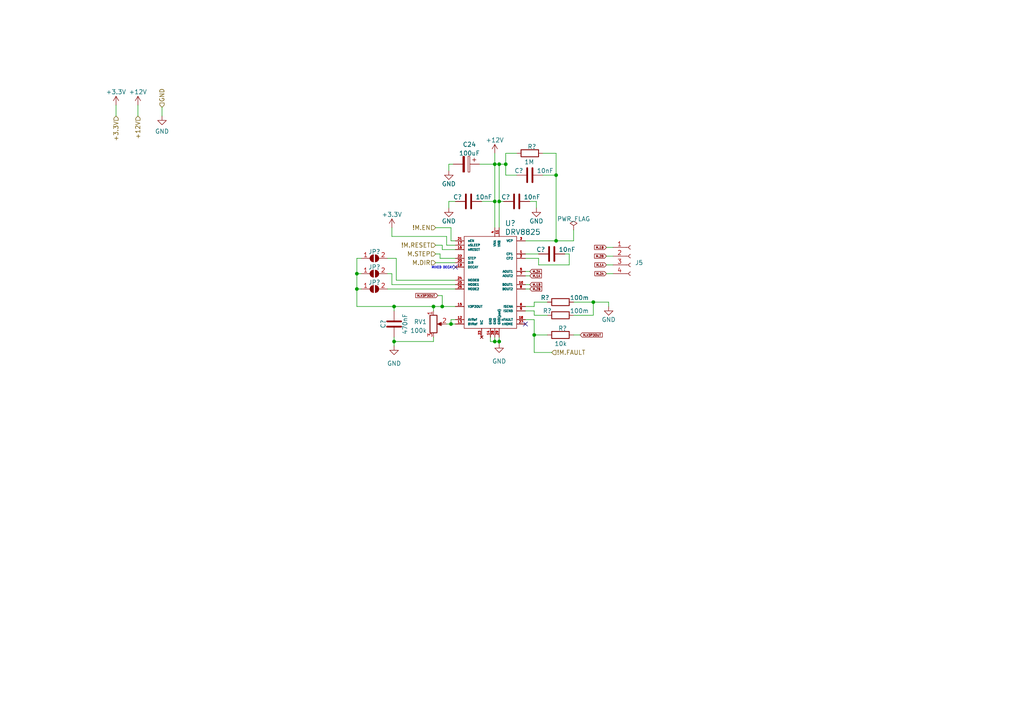
<source format=kicad_sch>
(kicad_sch (version 20230121) (generator eeschema)
  (paper "A4")
  (lib_symbols
    (symbol "Connector:Conn_01x04_Socket" (pin_names (offset 1.016) hide)
      (property "Reference" "J" (at 0 5.08 0))
      (property "Value" "Conn_01x04_Socket" (at 0 -7.62 0))
      (symbol "Conn_01x04_Socket_1_1"
        (arc (start 0 -4.572) (mid -0.5058 -5.08) (end 0 -5.588) (stroke (width 0.1524)))
        (arc (start 0 -2.032) (mid -0.5058 -2.54) (end 0 -3.048) (stroke (width 0.1524)))
        (polyline (pts (xy -1.27 -5.08) (xy -0.508 -5.08)) (stroke (width 0.1524)))
        (polyline (pts (xy -1.27 -2.54) (xy -0.508 -2.54)) (stroke (width 0.1524)))
        (polyline (pts (xy -1.27 0) (xy -0.508 0)) (stroke (width 0.1524)))
        (polyline (pts (xy -1.27 2.54) (xy -0.508 2.54)) (stroke (width 0.1524)))
        (arc (start 0 0.508) (mid -0.5058 0) (end 0 -0.508) (stroke (width 0.1524)))
        (arc (start 0 3.048) (mid -0.5058 2.54) (end 0 2.032) (stroke (width 0.1524)))
        (pin passive line (at -5.08 2.54 0) (length 3.81) (name "Pin_1") (number "1"))
        (pin passive line (at -5.08 0 0) (length 3.81) (name "Pin_2") (number "2"))
        (pin passive line (at -5.08 -2.54 0) (length 3.81) (name "Pin_3") (number "3"))
        (pin passive line (at -5.08 -5.08 0) (length 3.81) (name "Pin_4") (number "4"))
      )
    )
    (symbol "DRV8825:DRV8825" (pin_names (offset 1.016))
      (property "Reference" "U" (at -5.08 16.51 0))
      (property "Value" "DRV8825" (at -1.27 -2.54 0))
      (symbol "DRV8825_0_1"
        (rectangle (start -8.89 15.24) (end 6.35 -11.43))
      )
      (symbol "DRV8825_1_1"
        (pin power_out line (at 8.89 10.16 180) (length 2.54) (name "CP1") (number "1"))
        (pin power_out line (at 8.89 1.27 180) (length 2.54) (name "BOUT1") (number "10"))
        (pin power_in line (at 1.27 17.78 270) (length 2.54) (name "VMB") (number "11"))
        (pin input line (at -11.43 -8.89 0) (length 2.54) (name "AVRef") (number "12"))
        (pin input line (at -11.43 -10.16 0) (length 2.54) (name "BVRef") (number "13"))
        (pin power_in line (at -1.27 -13.97 90) (length 2.54) (name "GND") (number "14"))
        (pin power_out line (at -11.43 -5.08 0) (length 2.54) (name "V3P3OUT") (number "15"))
        (pin input line (at -11.43 11.43 0) (length 2.54) (name "nRESET") (number "16"))
        (pin input line (at -11.43 12.7 0) (length 2.54) (name "nSLEEP") (number "17"))
        (pin input line (at 8.89 -8.89 180) (length 2.54) (name "nFAULT") (number "18"))
        (pin input line (at -11.43 6.35 0) (length 2.54) (name "DECAY") (number "19"))
        (pin power_out line (at 8.89 8.89 180) (length 2.54) (name "CP2") (number "2"))
        (pin input line (at -11.43 7.62 0) (length 2.54) (name "DIR") (number "20"))
        (pin input line (at -11.43 13.97 0) (length 2.54) (name "nEN") (number "21"))
        (pin input line (at -11.43 8.89 0) (length 2.54) (name "STEP") (number "22"))
        (pin no_connect line (at -3.81 -13.97 90) (length 2.54) (name "NC") (number "23"))
        (pin input line (at -11.43 2.54 0) (length 2.54) (name "MODE0") (number "24"))
        (pin input line (at -11.43 1.27 0) (length 2.54) (name "MODE1") (number "25"))
        (pin input line (at -11.43 0 0) (length 2.54) (name "MODE2") (number "26"))
        (pin input line (at 8.89 -10.16 180) (length 2.54) (name "nHOME") (number "27"))
        (pin power_in line (at 0 -13.97 90) (length 2.54) (name "GND") (number "28"))
        (pin power_in line (at 1.27 -13.97 90) (length 2.54) (name "GND(pad)") (number "29"))
        (pin power_in line (at 8.89 13.97 180) (length 2.54) (name "VCP") (number "3"))
        (pin power_in line (at 0 17.78 270) (length 2.54) (name "VMA") (number "4"))
        (pin power_out line (at 8.89 5.08 180) (length 2.54) (name "AOUT1") (number "5"))
        (pin input line (at 8.89 -5.08 180) (length 2.54) (name "ISENA") (number "6"))
        (pin power_out line (at 8.89 3.81 180) (length 2.54) (name "AOUT2") (number "7"))
        (pin power_out line (at 8.89 0 180) (length 2.54) (name "BOUT2") (number "8"))
        (pin input line (at 8.89 -6.35 180) (length 2.54) (name "ISENB") (number "9"))
      )
    )
    (symbol "Device:C" (pin_numbers hide) (pin_names (offset 0.254))
      (property "Reference" "C" (at 0.635 2.54 0))
      (property "Value" "C" (at 0.635 -2.54 0))
      (symbol "C_0_1"
        (polyline (pts (xy -2.032 -0.762) (xy 2.032 -0.762)) (stroke (width 0.508)))
        (polyline (pts (xy -2.032 0.762) (xy 2.032 0.762)) (stroke (width 0.508)))
      )
      (symbol "C_1_1"
        (pin passive line (at 0 3.81 270) (length 2.794) (name "~") (number "1"))
        (pin passive line (at 0 -3.81 90) (length 2.794) (name "~") (number "2"))
      )
    )
    (symbol "Device:C_Polarized" (pin_numbers hide) (pin_names (offset 0.254))
      (property "Reference" "C" (at 0.635 2.54 0))
      (property "Value" "C_Polarized" (at 0.635 -2.54 0))
      (symbol "C_Polarized_0_1"
        (rectangle (start -2.286 0.508) (end 2.286 1.016))
        (polyline (pts (xy -1.778 2.286) (xy -0.762 2.286)))
        (polyline (pts (xy -1.27 2.794) (xy -1.27 1.778)))
        (rectangle (start 2.286 -0.508) (end -2.286 -1.016) (fill (type outline)))
      )
      (symbol "C_Polarized_1_1"
        (pin passive line (at 0 3.81 270) (length 2.794) (name "~") (number "1"))
        (pin passive line (at 0 -3.81 90) (length 2.794) (name "~") (number "2"))
      )
    )
    (symbol "Device:R" (pin_numbers hide) (pin_names (offset 0))
      (property "Reference" "R" (at 2.032 0 90))
      (property "Value" "R" (at 0 0 90))
      (symbol "R_0_1"
        (rectangle (start -1.016 -2.54) (end 1.016 2.54) (stroke (width 0.254)))
      )
      (symbol "R_1_1"
        (pin passive line (at 0 3.81 270) (length 1.27) (name "~") (number "1"))
        (pin passive line (at 0 -3.81 90) (length 1.27) (name "~") (number "2"))
      )
    )
    (symbol "Device:R_Potentiometer" (pin_names (offset 1.016) hide)
      (property "Reference" "RV" (at -4.445 0 90))
      (property "Value" "R_Potentiometer" (at -2.54 0 90))
      (symbol "R_Potentiometer_0_1"
        (polyline (pts (xy 2.54 0) (xy 1.524 0)))
        (polyline (pts (xy 1.143 0) (xy 2.286 0.508) (xy 2.286 -0.508) (xy 1.143 0)) (fill (type outline)))
        (rectangle (start 1.016 2.54) (end -1.016 -2.54) (stroke (width 0.254)))
      )
      (symbol "R_Potentiometer_1_1"
        (pin passive line (at 0 3.81 270) (length 1.27) (name "1") (number "1"))
        (pin passive line (at 3.81 0 180) (length 1.27) (name "2") (number "2"))
        (pin passive line (at 0 -3.81 90) (length 1.27) (name "3") (number "3"))
      )
    )
    (symbol "Jumper:SolderJumper_2_Open" (pin_names (offset 0) hide)
      (property "Reference" "JP" (at 0 2.032 0))
      (property "Value" "SolderJumper_2_Open" (at 0 -2.54 0))
      (symbol "SolderJumper_2_Open_0_1"
        (arc (start -0.254 1.016) (mid -1.2656 0) (end -0.254 -1.016))
        (arc (start -0.254 1.016) (mid -1.2656 0) (end -0.254 -1.016) (fill (type outline)))
        (polyline (pts (xy -0.254 1.016) (xy -0.254 -1.016)))
        (polyline (pts (xy 0.254 1.016) (xy 0.254 -1.016)))
        (arc (start 0.254 -1.016) (mid 1.2656 0) (end 0.254 1.016))
        (arc (start 0.254 -1.016) (mid 1.2656 0) (end 0.254 1.016) (fill (type outline)))
      )
      (symbol "SolderJumper_2_Open_1_1"
        (pin passive line (at -3.81 0 0) (length 2.54) (name "A") (number "1"))
        (pin passive line (at 3.81 0 180) (length 2.54) (name "B") (number "2"))
      )
    )
    (symbol "power:+12V" (power) (pin_names (offset 0))
      (property "Value" "+12V" (at 0 3.556 0))
      (symbol "+12V_0_1"
        (polyline (pts (xy -0.762 1.27) (xy 0 2.54)))
        (polyline (pts (xy 0 0) (xy 0 2.54)))
        (polyline (pts (xy 0 2.54) (xy 0.762 1.27)))
      )
      (symbol "+12V_1_1"
        (pin power_in line (at 0 0 90) (length 0) hide (name "+12V") (number "1"))
      )
    )
    (symbol "power:+3.3V" (power) (pin_names (offset 0))
      (property "Value" "+3.3V" (at 0 3.556 0))
      (symbol "+3.3V_0_1"
        (polyline (pts (xy -0.762 1.27) (xy 0 2.54)))
        (polyline (pts (xy 0 0) (xy 0 2.54)))
        (polyline (pts (xy 0 2.54) (xy 0.762 1.27)))
      )
      (symbol "+3.3V_1_1"
        (pin power_in line (at 0 0 90) (length 0) hide (name "+3.3V") (number "1"))
      )
    )
    (symbol "power:GND" (power) (pin_names (offset 0))
      (property "Value" "GND" (at 0 -3.81 0))
      (symbol "GND_0_1"
        (polyline (pts (xy 0 0) (xy 0 -1.27) (xy 1.27 -1.27) (xy 0 -2.54) (xy -1.27 -1.27) (xy 0 -1.27)))
      )
      (symbol "GND_1_1"
        (pin power_in line (at 0 0 270) (length 0) hide (name "GND") (number "1"))
      )
    )
    (symbol "power:PWR_FLAG" (power) (pin_numbers hide) (pin_names (offset 0) hide)
      (property "Value" "PWR_FLAG" (at 0 3.81 0))
      (symbol "PWR_FLAG_0_0"
        (pin power_out line (at 0 0 90) (length 0) (name "pwr") (number "1"))
      )
      (symbol "PWR_FLAG_0_1"
        (polyline (pts (xy 0 0) (xy 0 1.27) (xy -1.016 1.905) (xy 0 2.54) (xy 1.016 1.905) (xy 0 1.27)))
      )
    )
  )
  (junction (at 154.94 97.155))
  (junction (at 146.685 47.625))
  (junction (at 130.81 93.98))
  (junction (at 172.085 87.63))
  (junction (at 144.78 58.42))
  (junction (at 144.78 99.06))
  (junction (at 143.51 47.625))
  (junction (at 125.73 88.9))
  (junction (at 114.3 88.9))
  (junction (at 128.27 88.9))
  (junction (at 103.505 79.375))
  (junction (at 143.51 99.06))
  (junction (at 143.51 58.42))
  (junction (at 161.29 69.85))
  (junction (at 161.29 50.8))
  (junction (at 103.505 83.82))
  (junction (at 114.3 99.06))
  (junction (at 144.78 47.625))
  (no_connect (at 132.08 77.47))
  (no_connect (at 152.4 93.98))
  (wire (pts (xy 143.51 66.04) (xy 143.51 58.42)))
  (wire (pts (xy 130.81 92.71) (xy 130.81 93.98)))
  (wire (pts (xy 142.24 99.06) (xy 143.51 99.06)))
  (wire (pts (xy 114.3 99.06) (xy 125.73 99.06)))
  (wire (pts (xy 143.51 47.625) (xy 143.51 58.42)))
  (wire (pts (xy 154.94 97.155) (xy 158.75 97.155)))
  (wire (pts (xy 146.685 47.625) (xy 146.685 44.45)))
  (wire (pts (xy 144.78 58.42) (xy 146.05 58.42)))
  (wire (pts (xy 131.445 47.625) (xy 130.175 47.625)))
  (wire (pts (xy 103.505 83.82) (xy 104.775 83.82)))
  (wire (pts (xy 144.78 58.42) (xy 144.78 47.625)))
  (wire (pts (xy 130.175 47.625) (xy 130.175 49.53)))
  (wire (pts (xy 132.08 58.42) (xy 130.175 58.42)))
  (wire (pts (xy 155.575 58.42) (xy 155.575 60.325)))
  (wire (pts (xy 114.935 74.93) (xy 114.935 81.28)))
  (wire (pts (xy 160.02 102.235) (xy 154.94 102.235)))
  (wire (pts (xy 126.365 73.66) (xy 127.635 73.66)))
  (wire (pts (xy 152.4 82.55) (xy 153.67 82.55)))
  (wire (pts (xy 132.08 92.71) (xy 130.81 92.71)))
  (wire (pts (xy 156.21 74.93) (xy 156.21 76.835)))
  (wire (pts (xy 175.895 76.835) (xy 177.8 76.835)))
  (wire (pts (xy 172.085 87.63) (xy 172.085 91.44)))
  (wire (pts (xy 152.4 80.01) (xy 153.67 80.01)))
  (wire (pts (xy 152.4 92.71) (xy 154.94 92.71)))
  (wire (pts (xy 154.94 91.44) (xy 158.75 91.44)))
  (wire (pts (xy 166.37 97.155) (xy 168.275 97.155)))
  (wire (pts (xy 157.48 50.8) (xy 161.29 50.8)))
  (wire (pts (xy 103.505 88.9) (xy 103.505 83.82)))
  (wire (pts (xy 112.395 79.375) (xy 113.665 79.375)))
  (wire (pts (xy 127.635 74.93) (xy 132.08 74.93)))
  (wire (pts (xy 103.505 74.93) (xy 103.505 79.375)))
  (wire (pts (xy 152.4 78.74) (xy 153.67 78.74)))
  (wire (pts (xy 114.3 88.9) (xy 103.505 88.9)))
  (wire (pts (xy 103.505 79.375) (xy 103.505 83.82)))
  (wire (pts (xy 152.4 74.93) (xy 156.21 74.93)))
  (wire (pts (xy 152.4 69.85) (xy 161.29 69.85)))
  (wire (pts (xy 114.3 99.06) (xy 114.3 100.33)))
  (wire (pts (xy 126.365 66.04) (xy 130.81 66.04)))
  (wire (pts (xy 152.4 88.9) (xy 154.94 88.9)))
  (wire (pts (xy 176.53 87.63) (xy 172.085 87.63)))
  (wire (pts (xy 127 85.725) (xy 128.27 85.725)))
  (wire (pts (xy 129.54 71.12) (xy 132.08 71.12)))
  (wire (pts (xy 166.37 66.675) (xy 166.37 69.85)))
  (wire (pts (xy 103.505 79.375) (xy 104.775 79.375)))
  (wire (pts (xy 154.94 92.71) (xy 154.94 97.155)))
  (wire (pts (xy 114.935 81.28) (xy 132.08 81.28)))
  (wire (pts (xy 114.935 74.93) (xy 112.395 74.93)))
  (wire (pts (xy 128.27 85.725) (xy 128.27 88.9)))
  (wire (pts (xy 154.94 88.9) (xy 154.94 87.63)))
  (wire (pts (xy 165.1 73.66) (xy 163.83 73.66)))
  (wire (pts (xy 144.78 99.06) (xy 144.78 99.695)))
  (wire (pts (xy 130.175 58.42) (xy 130.175 60.325)))
  (wire (pts (xy 143.51 99.06) (xy 144.78 99.06)))
  (wire (pts (xy 40.005 30.48) (xy 40.005 33.655)))
  (wire (pts (xy 127.635 73.66) (xy 127.635 74.93)))
  (wire (pts (xy 114.3 97.79) (xy 114.3 99.06)))
  (wire (pts (xy 129.54 68.58) (xy 129.54 71.12)))
  (wire (pts (xy 152.4 83.82) (xy 153.67 83.82)))
  (wire (pts (xy 114.3 88.9) (xy 125.73 88.9)))
  (wire (pts (xy 146.685 44.45) (xy 149.86 44.45)))
  (wire (pts (xy 149.86 50.8) (xy 146.685 50.8)))
  (wire (pts (xy 113.665 68.58) (xy 129.54 68.58)))
  (wire (pts (xy 130.81 93.98) (xy 132.08 93.98)))
  (wire (pts (xy 154.94 102.235) (xy 154.94 97.155)))
  (wire (pts (xy 166.37 87.63) (xy 172.085 87.63)))
  (wire (pts (xy 175.895 71.755) (xy 177.8 71.755)))
  (wire (pts (xy 161.29 50.8) (xy 161.29 44.45)))
  (wire (pts (xy 144.78 58.42) (xy 144.78 66.04)))
  (wire (pts (xy 125.73 88.9) (xy 128.27 88.9)))
  (wire (pts (xy 143.51 44.45) (xy 143.51 47.625)))
  (wire (pts (xy 156.21 76.835) (xy 165.1 76.835)))
  (wire (pts (xy 125.73 97.79) (xy 125.73 99.06)))
  (wire (pts (xy 153.67 58.42) (xy 155.575 58.42)))
  (wire (pts (xy 146.685 50.8) (xy 146.685 47.625)))
  (wire (pts (xy 161.29 44.45) (xy 157.48 44.45)))
  (wire (pts (xy 144.78 97.79) (xy 144.78 99.06)))
  (wire (pts (xy 176.53 87.63) (xy 176.53 88.9)))
  (wire (pts (xy 143.51 97.79) (xy 143.51 99.06)))
  (wire (pts (xy 130.81 69.85) (xy 132.08 69.85)))
  (wire (pts (xy 143.51 58.42) (xy 139.7 58.42)))
  (wire (pts (xy 166.37 69.85) (xy 161.29 69.85)))
  (wire (pts (xy 33.655 30.48) (xy 33.655 33.655)))
  (wire (pts (xy 113.665 79.375) (xy 113.665 82.55)))
  (wire (pts (xy 113.665 82.55) (xy 132.08 82.55)))
  (wire (pts (xy 144.78 47.625) (xy 143.51 47.625)))
  (wire (pts (xy 126.365 71.12) (xy 128.27 71.12)))
  (wire (pts (xy 165.1 76.835) (xy 165.1 73.66)))
  (wire (pts (xy 152.4 73.66) (xy 156.21 73.66)))
  (wire (pts (xy 161.29 69.85) (xy 161.29 50.8)))
  (wire (pts (xy 154.94 87.63) (xy 158.75 87.63)))
  (wire (pts (xy 175.895 79.375) (xy 177.8 79.375)))
  (wire (pts (xy 128.27 72.39) (xy 128.27 71.12)))
  (wire (pts (xy 126.365 76.2) (xy 132.08 76.2)))
  (wire (pts (xy 175.895 74.295) (xy 177.8 74.295)))
  (wire (pts (xy 152.4 90.17) (xy 154.94 90.17)))
  (wire (pts (xy 154.94 90.17) (xy 154.94 91.44)))
  (wire (pts (xy 128.27 72.39) (xy 132.08 72.39)))
  (wire (pts (xy 130.81 66.04) (xy 130.81 69.85)))
  (wire (pts (xy 129.54 93.98) (xy 130.81 93.98)))
  (wire (pts (xy 128.27 88.9) (xy 132.08 88.9)))
  (wire (pts (xy 113.665 66.04) (xy 113.665 68.58)))
  (wire (pts (xy 104.775 74.93) (xy 103.505 74.93)))
  (wire (pts (xy 142.24 97.79) (xy 142.24 99.06)))
  (wire (pts (xy 46.99 31.115) (xy 46.99 33.655)))
  (wire (pts (xy 114.3 90.17) (xy 114.3 88.9)))
  (wire (pts (xy 144.78 47.625) (xy 146.685 47.625)))
  (wire (pts (xy 125.73 88.9) (xy 125.73 90.17)))
  (wire (pts (xy 166.37 91.44) (xy 172.085 91.44)))
  (wire (pts (xy 112.395 83.82) (xy 132.08 83.82)))
  (wire (pts (xy 139.065 47.625) (xy 143.51 47.625)))
  (text "MIXED DECAY" (at 125.095 78.105 0) (effects (font (size 0.635 0.635)) (justify left bottom)))
  (global_label "M.2A" (shape input) (at 175.895 79.375 180) (effects (font (size 0.635 0.635))) (property "Intersheetrefs" "${INTERSHEET_REFS}" (effects hide)))
  (global_label "M.2B" (shape input) (at 153.67 83.82 0) (effects (font (size 0.635 0.635))) (property "Intersheetrefs" "${INTERSHEET_REFS}" (effects hide)))
  (global_label "M.2A" (shape input) (at 153.67 78.74 0) (effects (font (size 0.635 0.635))) (property "Intersheetrefs" "${INTERSHEET_REFS}" (effects hide)))
  (global_label "M.1A" (shape input) (at 153.67 80.01 0) (effects (font (size 0.635 0.635))) (property "Intersheetrefs" "${INTERSHEET_REFS}" (effects hide)))
  (global_label "M.V3P3OUT" (shape input) (at 168.275 97.155 0) (effects (font (size 0.635 0.635))) (property "Intersheetrefs" "${INTERSHEET_REFS}" (effects hide)))
  (global_label "M.2B" (shape input) (at 175.895 74.295 180) (effects (font (size 0.635 0.635))) (property "Intersheetrefs" "${INTERSHEET_REFS}" (effects hide)))
  (global_label "M.V3P3OUT" (shape input) (at 127 85.725 180) (effects (font (size 0.635 0.635))) (property "Intersheetrefs" "${INTERSHEET_REFS}" (effects hide)))
  (global_label "M.1B" (shape input) (at 153.67 82.55 0) (effects (font (size 0.635 0.635))) (property "Intersheetrefs" "${INTERSHEET_REFS}" (effects hide)))
  (global_label "M.1B" (shape input) (at 175.895 71.755 180) (effects (font (size 0.635 0.635))) (property "Intersheetrefs" "${INTERSHEET_REFS}" (effects hide)))
  (global_label "M.1A" (shape input) (at 175.895 76.835 180) (effects (font (size 0.635 0.635))) (property "Intersheetrefs" "${INTERSHEET_REFS}" (effects hide)))
  (hierarchical_label "GND" (shape input) (at 46.99 31.115 90))
  (hierarchical_label "+12V" (shape input) (at 40.005 33.655 270))
  (hierarchical_label "!M.FAULT" (shape input) (at 160.02 102.235 0))
  (hierarchical_label "M.DIR" (shape input) (at 126.365 76.2 180))
  (hierarchical_label "M.STEP" (shape input) (at 126.365 73.66 180))
  (hierarchical_label "!M.RESET" (shape input) (at 126.365 71.12 180))
  (hierarchical_label "+3.3V" (shape input) (at 33.655 33.655 270))
  (hierarchical_label "!M.EN" (shape input) (at 126.365 66.04 180))
  (symbol (lib_id "Device:R") (at 162.56 97.155 90) (unit 1)
    (property "Reference" "R?" (at 164.465 95.25 90) (effects (justify left)))
    (property "Value" "10k" (at 164.465 99.695 90) (effects (justify left)))
    (property "Footprint" "Resistor_SMD:R_0805_2012Metric_Pad1.20x1.40mm_HandSolder" (effects hide))
    (instances (project "MR-SLDR-01" (path "" (reference "R?") (unit 1)) (path "" (reference "R?") (unit 1)) (path "" (reference "R38") (unit 1))))
  )
  (symbol (lib_id "power:PWR_FLAG") (at 166.37 66.675 0) (unit 1)
    (property "Reference" "#FLG05" (effects hide))
    (property "Value" "PWR_FLAG" (at 166.37 63.5 0))
  )
  (symbol (lib_id "Device:C") (at 153.67 50.8 90) (unit 1)
    (property "Reference" "C?" (at 150.495 49.53 90))
    (property "Value" "10nF" (at 158.115 49.53 90))
    (property "Footprint" "Capacitor_SMD:C_0805_2012Metric_Pad1.18x1.45mm_HandSolder" (effects hide))
    (instances (project "MR-SLDR-01" (path "" (reference "C?") (unit 1)) (path "" (reference "C27") (unit 1))))
  )
  (symbol (lib_id "Device:C") (at 114.3 93.98 180) (unit 1)
    (property "Reference" "C?" (at 111.125 93.98 90))
    (property "Value" "470nF" (at 117.475 93.98 90))
    (property "Footprint" "Capacitor_SMD:C_0805_2012Metric_Pad1.18x1.45mm_HandSolder" (effects hide))
    (instances (project "MR-SLDR-01" (path "" (reference "C?") (unit 1)) (path "" (reference "C23") (unit 1))))
  )
  (symbol (lib_id "power:+3.3V") (at 113.665 66.04 0) (unit 1)
    (property "Reference" "#PWR039" (effects hide))
    (property "Value" "+3.3V" (at 113.665 62.23 0))
    (instances (project "MR-SLDR-01" (path "" (reference "#PWR039") (unit 1)) (path "" (reference "#PWR078") (unit 1))))
  )
  (symbol (lib_id "power:GND") (at 155.575 60.325 0) (unit 1)
    (property "Reference" "#PWR?" (effects hide))
    (property "Value" "GND" (at 155.575 64.135 0))
    (instances (project "MR-SLDR-01" (path "" (reference "#PWR?") (unit 1)) (path "" (reference "#PWR060") (unit 1))))
  )
  (symbol (lib_id "Device:R") (at 162.56 87.63 90) (unit 1)
    (property "Reference" "R?" (at 159.385 86.36 90) (effects (justify left)))
    (property "Value" "100m" (at 170.815 86.36 90) (effects (justify left)))
    (property "Footprint" "Resistor_SMD:R_1206_3216Metric_Pad1.30x1.75mm_HandSolder" (effects hide))
    (instances (project "MR-SLDR-01" (path "" (reference "R?") (unit 1)) (path "" (reference "R?") (unit 1)) (path "" (reference "R36") (unit 1))))
  )
  (symbol (lib_id "Device:C") (at 135.89 58.42 90) (unit 1)
    (property "Reference" "C?" (at 132.715 57.15 90))
    (property "Value" "10nF" (at 140.335 57.15 90))
    (property "Footprint" "Capacitor_SMD:C_0805_2012Metric_Pad1.18x1.45mm_HandSolder" (effects hide))
    (instances (project "MR-SLDR-01" (path "" (reference "C?") (unit 1)) (path "" (reference "C25") (unit 1))))
  )
  (symbol (lib_id "Device:C_Polarized") (at 135.255 47.625 270) (unit 1)
    (property "Reference" "C24" (at 136.144 41.91 90))
    (property "Value" "100uF" (at 136.144 44.45 90))
    (property "Footprint" "Capacitor_THT:CP_Radial_D8.0mm_P3.80mm" (effects hide))
  )
  (symbol (lib_id "Jumper:SolderJumper_2_Open") (at 108.585 74.93 0) (unit 1)
    (property "Reference" "JP?" (at 108.585 73.025 0))
    (property "Value" "SolderJumper_2_Open" (effects hide))
    (property "Footprint" "Jumper:SolderJumper-2_P1.3mm_Open_RoundedPad1.0x1.5mm" (effects hide))
    (instances (project "MR-SLDR-01" (path "" (reference "JP?") (unit 1)) (path "" (reference "JP3") (unit 1))))
  )
  (symbol (lib_id "Device:R_Potentiometer") (at 125.73 93.98 0) (unit 1)
    (property "Reference" "RV1" (at 123.825 93.345 0) (effects (justify right)))
    (property "Value" "100k" (at 123.825 95.885 0) (effects (justify right)))
    (property "Footprint" "Potentiometer_THT:Potentiometer_Bourns_3296W_Vertical" (effects hide))
  )
  (symbol (lib_id "Device:R") (at 153.67 44.45 90) (unit 1)
    (property "Reference" "R?" (at 155.575 42.545 90) (effects (justify left)))
    (property "Value" "1M" (at 154.94 46.99 90) (effects (justify left)))
    (property "Footprint" "Resistor_SMD:R_0805_2012Metric_Pad1.20x1.40mm_HandSolder" (effects hide))
    (instances (project "MR-SLDR-01" (path "" (reference "R?") (unit 1)) (path "" (reference "R?") (unit 1)) (path "" (reference "R35") (unit 1))))
  )
  (symbol (lib_id "power:GND") (at 130.175 60.325 0) (unit 1)
    (property "Reference" "#PWR?" (effects hide))
    (property "Value" "GND" (at 130.175 64.135 0))
    (instances (project "MR-SLDR-01" (path "" (reference "#PWR?") (unit 1)) (path "" (reference "#PWR057") (unit 1))))
  )
  (symbol (lib_id "power:GND") (at 144.78 99.695 0) (unit 1)
    (property "Reference" "#PWR?" (effects hide))
    (property "Value" "GND" (at 144.78 104.775 0))
    (instances (project "MR-SLDR-01" (path "" (reference "#PWR?") (unit 1)) (path "" (reference "#PWR059") (unit 1))))
  )
  (symbol (lib_id "power:GND") (at 130.175 49.53 0) (unit 1)
    (property "Reference" "#PWR?" (effects hide))
    (property "Value" "GND" (at 130.175 53.34 0))
    (instances (project "MR-SLDR-01" (path "" (reference "#PWR?") (unit 1)) (path "" (reference "#PWR056") (unit 1))))
  )
  (symbol (lib_id "Jumper:SolderJumper_2_Open") (at 108.585 79.375 0) (unit 1)
    (property "Reference" "JP?" (at 108.585 77.47 0))
    (property "Value" "SolderJumper_2_Open" (effects hide))
    (property "Footprint" "Jumper:SolderJumper-2_P1.3mm_Open_RoundedPad1.0x1.5mm" (effects hide))
    (instances (project "MR-SLDR-01" (path "" (reference "JP?") (unit 1)) (path "" (reference "JP4") (unit 1))))
  )
  (symbol (lib_id "Jumper:SolderJumper_2_Open") (at 108.585 83.82 0) (unit 1)
    (property "Reference" "JP?" (at 108.585 81.915 0))
    (property "Value" "SolderJumper_2_Open" (effects hide))
    (property "Footprint" "Jumper:SolderJumper-2_P1.3mm_Open_RoundedPad1.0x1.5mm" (effects hide))
    (instances (project "MR-SLDR-01" (path "" (reference "JP?") (unit 1)) (path "" (reference "JP5") (unit 1))))
  )
  (symbol (lib_id "Device:C") (at 149.86 58.42 90) (unit 1)
    (property "Reference" "C?" (at 146.685 57.15 90))
    (property "Value" "10nF" (at 154.305 57.15 90))
    (property "Footprint" "Capacitor_SMD:C_0805_2012Metric_Pad1.18x1.45mm_HandSolder" (effects hide))
    (instances (project "MR-SLDR-01" (path "" (reference "C?") (unit 1)) (path "" (reference "C26") (unit 1))))
  )
  (symbol (lib_id "power:+12V") (at 40.005 30.48 0) (unit 1)
    (property "Reference" "#PWR?" (effects hide))
    (property "Value" "+12V" (at 40.005 26.67 0))
    (instances (project "MR-SLDR-01" (path "" (reference "#PWR?") (unit 1)) (path "" (reference "#PWR053") (unit 1))))
  )
  (symbol (lib_id "power:GND") (at 46.99 33.655 0) (unit 1)
    (property "Reference" "#PWR?" (effects hide))
    (property "Value" "GND" (at 46.99 38.1 0))
    (instances (project "MR-SLDR-01" (path "" (reference "#PWR?") (unit 1)) (path "" (reference "#PWR?") (unit 1)) (path "" (reference "#PWR054") (unit 1))))
  )
  (symbol (lib_id "Device:C") (at 160.02 73.66 90) (unit 1)
    (property "Reference" "C?" (at 156.845 72.39 90))
    (property "Value" "10nF" (at 164.465 72.39 90))
    (property "Footprint" "Capacitor_SMD:C_0805_2012Metric_Pad1.18x1.45mm_HandSolder" (effects hide))
    (instances (project "MR-SLDR-01" (path "" (reference "C?") (unit 1)) (path "" (reference "C28") (unit 1))))
  )
  (symbol (lib_id "Device:R") (at 162.56 91.44 90) (unit 1)
    (property "Reference" "R?" (at 160.02 90.17 90) (effects (justify left)))
    (property "Value" "100m" (at 170.815 90.17 90) (effects (justify left)))
    (property "Footprint" "Resistor_SMD:R_1206_3216Metric_Pad1.30x1.75mm_HandSolder" (effects hide))
    (instances (project "MR-SLDR-01" (path "" (reference "R?") (unit 1)) (path "" (reference "R?") (unit 1)) (path "" (reference "R37") (unit 1))))
  )
  (symbol (lib_id "power:GND") (at 176.53 88.9 0) (unit 1)
    (property "Reference" "#PWR?" (effects hide))
    (property "Value" "GND" (at 176.53 92.71 0))
    (instances (project "MR-SLDR-01" (path "" (reference "#PWR?") (unit 1)) (path "" (reference "#PWR061") (unit 1))))
  )
  (symbol (lib_id "power:GND") (at 114.3 100.33 0) (unit 1)
    (property "Reference" "#PWR?" (effects hide))
    (property "Value" "GND" (at 114.3 105.41 0))
    (instances (project "MR-SLDR-01" (path "" (reference "#PWR?") (unit 1)) (path "" (reference "#PWR055") (unit 1))))
  )
  (symbol (lib_id "power:+12V") (at 143.51 44.45 0) (unit 1)
    (property "Reference" "#PWR?" (effects hide))
    (property "Value" "+12V" (at 143.51 40.64 0))
    (instances (project "MR-SLDR-01" (path "" (reference "#PWR?") (unit 1)) (path "" (reference "#PWR058") (unit 1))))
  )
  (symbol (lib_id "DRV8825:DRV8825") (at 143.51 83.82 0) (unit 1)
    (property "Reference" "U?" (at 146.4311 64.77 0) (effects (font (size 1.524 1.524)) (justify left)))
    (property "Value" "DRV8825" (at 146.4311 67.31 0) (effects (font (size 1.524 1.524)) (justify left)))
    (property "Footprint" "Package_SO:HTSSOP-28-1EP_4.4x9.7mm_P0.65mm_EP3.4x9.5mm_ThermalVias" (effects hide))
    (instances (project "MR-SLDR-01" (path "" (reference "U?") (unit 1)) (path "" (reference "U6") (unit 1))))
  )
  (symbol (lib_id "power:+3.3V") (at 33.655 30.48 0) (unit 1)
    (property "Reference" "#PWR039" (effects hide))
    (property "Value" "+3.3V" (at 33.655 26.67 0))
    (instances (project "MR-SLDR-01" (path "" (reference "#PWR039") (unit 1)) (path "" (reference "#PWR077") (unit 1))))
  )
  (symbol (lib_id "Connector:Conn_01x04_Socket") (at 182.88 74.295 0) (unit 1)
    (property "Reference" "J5" (at 184.15 76.2 0) (effects (justify left)))
    (property "Value" "Conn_01x04_Socket" (effects hide))
    (property "Footprint" "Connector_Molex:Molex_KK-254_AE-6410-04A_1x04_P2.54mm_Vertical" (effects hide))
  )
)
</source>
